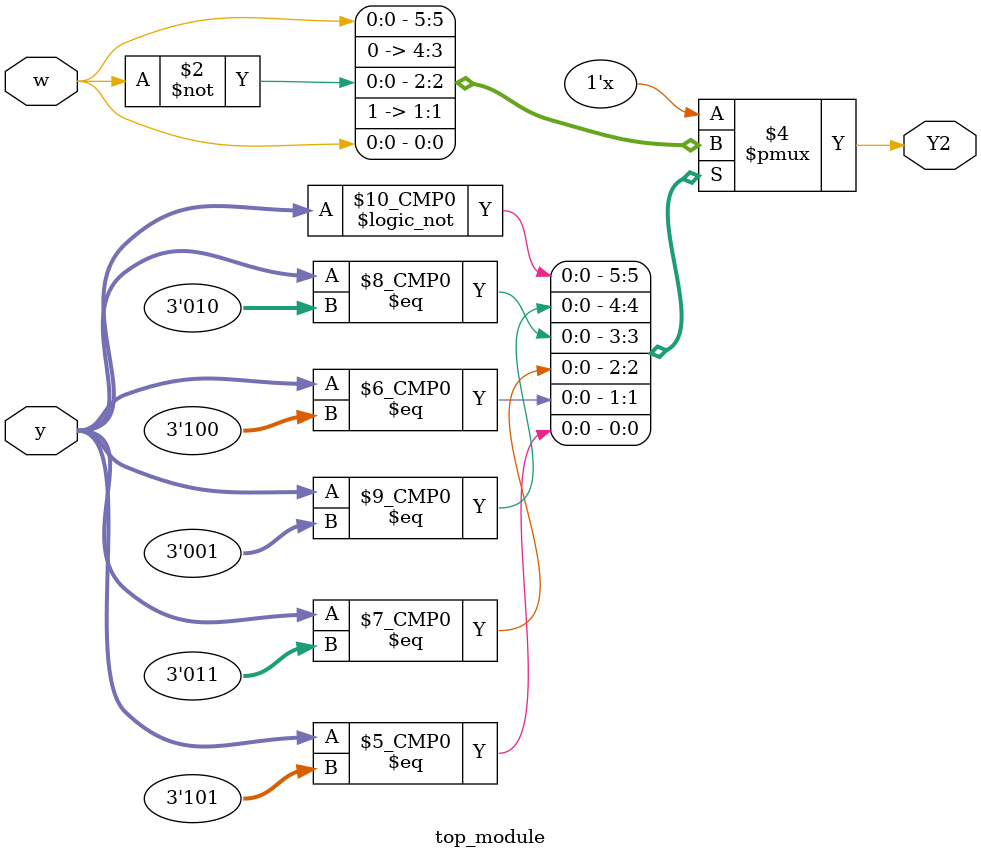
<source format=sv>
module top_module(
    input [3:1] y,
    input w,
    output reg Y2
);

always @(*) begin
    case (y)
        3'b000: Y2 = w;
        3'b001: Y2 = 1'b0;
        3'b010: Y2 = 1'b0;
        3'b011: Y2 = ~w;
        3'b100: Y2 = 1'b1;
        3'b101: Y2 = w;
        default: Y2 = 1'bx;
    endcase
end

endmodule

</source>
